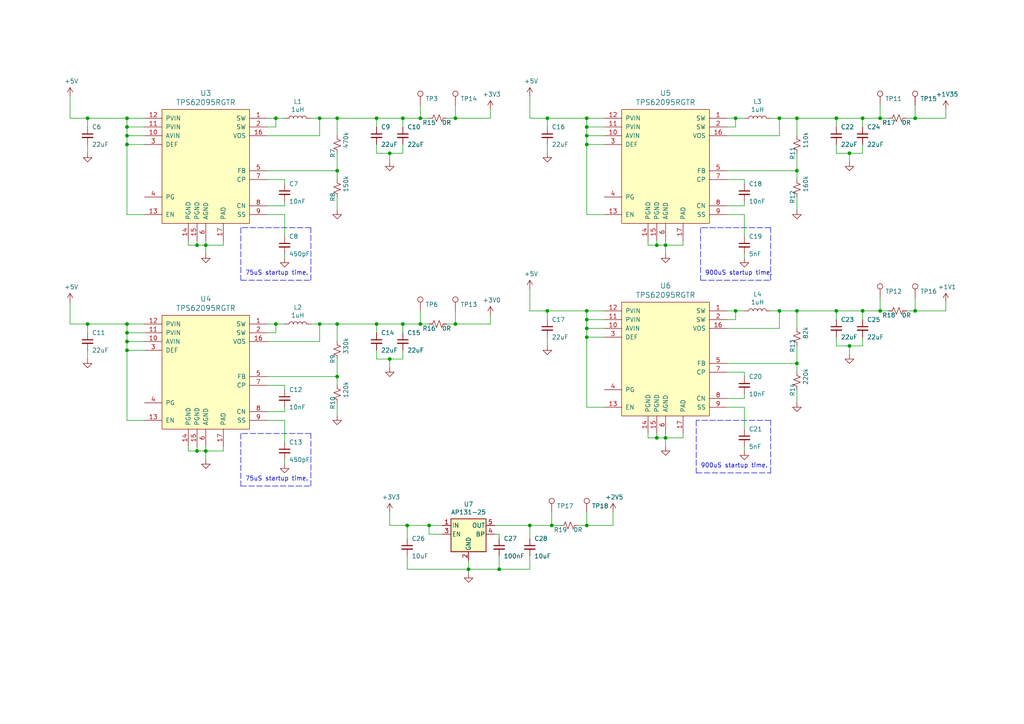
<source format=kicad_sch>
(kicad_sch (version 20231120) (generator "eeschema") (generator_version "8.0")
  (paper "A4")
  (lib_symbols
    (symbol "Connector:TestPoint" (pin_numbers hide) (pin_names (offset 0.762) hide)
      (property "Reference" "TP" (at 0 6.858 0))
      (property "Value" "TestPoint" (at 0 5.08 0))
      (symbol "TestPoint_0_1"
        (circle (center 0 3.302) (radius 0.762))
      )
      (symbol "TestPoint_1_1"
        (pin passive line (at 0 0 90) (length 2.54) (name "1") (number "1"))
      )
    )
    (symbol "Device:C_Small" (pin_numbers hide) (pin_names (offset 0.254) hide)
      (property "Reference" "C" (at 0.254 1.778 0))
      (property "Value" "C_Small" (at 0.254 -2.032 0))
      (symbol "C_Small_0_1"
        (polyline (pts (xy -1.524 -0.508) (xy 1.524 -0.508)) (stroke (width 0.3302)))
        (polyline (pts (xy -1.524 0.508) (xy 1.524 0.508)) (stroke (width 0.3048)))
      )
      (symbol "C_Small_1_1"
        (pin passive line (at 0 2.54 270) (length 2.032) (name "~") (number "1"))
        (pin passive line (at 0 -2.54 90) (length 2.032) (name "~") (number "2"))
      )
    )
    (symbol "Device:L" (pin_numbers hide) (pin_names (offset 1.016) hide)
      (property "Reference" "L" (at -1.27 0 90))
      (property "Value" "L" (at 1.905 0 90))
      (symbol "L_0_1"
        (arc (start 0 -2.54) (mid 0.6323 -1.905) (end 0 -1.27))
        (arc (start 0 -1.27) (mid 0.6323 -0.635) (end 0 0))
        (arc (start 0 0) (mid 0.6323 0.635) (end 0 1.27))
        (arc (start 0 1.27) (mid 0.6323 1.905) (end 0 2.54))
      )
      (symbol "L_1_1"
        (pin passive line (at 0 3.81 270) (length 1.27) (name "1") (number "1"))
        (pin passive line (at 0 -3.81 90) (length 1.27) (name "2") (number "2"))
      )
    )
    (symbol "Device:R_Small_US" (pin_numbers hide) (pin_names (offset 0.254) hide)
      (property "Reference" "R" (at 0.762 0.508 0))
      (property "Value" "R_Small_US" (at 0.762 -1.016 0))
      (symbol "R_Small_US_1_1"
        (polyline (pts (xy 0 0) (xy 1.016 -0.381) (xy 0 -0.762) (xy -1.016 -1.143) (xy 0 -1.524)))
        (polyline (pts (xy 0 1.524) (xy 1.016 1.143) (xy 0 0.762) (xy -1.016 0.381) (xy 0 0)))
        (pin passive line (at 0 2.54 270) (length 1.016) (name "~") (number "1"))
        (pin passive line (at 0 -2.54 90) (length 1.016) (name "~") (number "2"))
      )
    )
    (symbol "Regulator_Linear:AP131-25" (pin_names (offset 0.254))
      (property "Reference" "U" (at -3.81 5.715 0))
      (property "Value" "AP131-25" (at 0 5.715 0))
      (symbol "AP131-25_0_1"
        (rectangle (start -5.08 4.445) (end 5.08 -5.08) (stroke (width 0.254)) (fill (type background)))
      )
      (symbol "AP131-25_1_1"
        (pin power_in line (at -7.62 2.54 0) (length 2.54) (name "IN") (number "1"))
        (pin power_in line (at 0 -7.62 90) (length 2.54) (name "GND") (number "2"))
        (pin input line (at -7.62 0 0) (length 2.54) (name "EN") (number "3"))
        (pin input line (at 7.62 0 180) (length 2.54) (name "BP") (number "4"))
        (pin power_out line (at 7.62 2.54 180) (length 2.54) (name "OUT") (number "5"))
      )
    )
    (symbol "TI:TPS62095" (pin_names (offset 1.016))
      (property "Reference" "U" (at 0 6.35 0))
      (property "Value" "TPS62095" (at 0 3.81 0))
      (symbol "TPS62095_0_1"
        (rectangle (start -12.7 16.51) (end 12.7 -16.51) (fill (type background)))
      )
      (symbol "TPS62095_1_1"
        (pin bidirectional line (at 17.78 13.97 180) (length 5.08) (name "SW") (number "1"))
        (pin power_in line (at -17.78 8.89 0) (length 5.08) (name "AVIN") (number "10"))
        (pin power_in line (at -17.78 11.43 0) (length 5.08) (name "PVIN") (number "11"))
        (pin power_in line (at -17.78 13.97 0) (length 5.08) (name "PVIN") (number "12"))
        (pin input line (at -17.78 -13.97 0) (length 5.08) (name "EN") (number "13"))
        (pin power_in line (at -5.08 -21.59 90) (length 5.08) (name "PGND") (number "14"))
        (pin power_in line (at -2.54 -21.59 90) (length 5.08) (name "PGND") (number "15"))
        (pin input line (at 17.78 8.89 180) (length 5.08) (name "VOS") (number "16"))
        (pin power_in line (at 5.08 -21.59 90) (length 5.08) (name "PAD") (number "17"))
        (pin bidirectional line (at 17.78 11.43 180) (length 5.08) (name "SW") (number "2"))
        (pin input line (at -17.78 6.35 0) (length 5.08) (name "DEF") (number "3"))
        (pin open_collector line (at -17.78 -8.89 0) (length 5.08) (name "PG") (number "4"))
        (pin input line (at 17.78 -1.27 180) (length 5.08) (name "FB") (number "5"))
        (pin power_in line (at 0 -21.59 90) (length 5.08) (name "AGND") (number "6"))
        (pin bidirectional line (at 17.78 -3.81 180) (length 5.08) (name "CP") (number "7"))
        (pin bidirectional line (at 17.78 -11.43 180) (length 5.08) (name "CN") (number "8"))
        (pin input line (at 17.78 -13.97 180) (length 5.08) (name "SS") (number "9"))
      )
    )
    (symbol "hardware-rescue:+1V1-power" (power) (pin_names (offset 0))
      (property "Value" "power_+1V1" (at 0 3.556 0))
      (symbol "+1V1-power_0_1"
        (polyline (pts (xy -0.762 1.27) (xy 0 2.54)))
        (polyline (pts (xy 0 0) (xy 0 2.54)))
        (polyline (pts (xy 0 2.54) (xy 0.762 1.27)))
      )
      (symbol "+1V1-power_1_1"
        (pin power_in line (at 0 0 90) (length 0) hide (name "+1V1") (number "1"))
      )
    )
    (symbol "hardware-rescue:+1V35-power" (power) (pin_names (offset 0))
      (property "Value" "power_+1V35" (at 0 3.556 0))
      (symbol "+1V35-power_0_1"
        (polyline (pts (xy -0.762 1.27) (xy 0 2.54)))
        (polyline (pts (xy 0 0) (xy 0 2.54)))
        (polyline (pts (xy 0 2.54) (xy 0.762 1.27)))
      )
      (symbol "+1V35-power_1_1"
        (pin power_in line (at 0 0 90) (length 0) hide (name "+1V35") (number "1"))
      )
    )
    (symbol "hardware-rescue:+2V5-power" (power) (pin_names (offset 0))
      (property "Value" "power_+2V5" (at 0 3.556 0))
      (symbol "+2V5-power_0_1"
        (polyline (pts (xy -0.762 1.27) (xy 0 2.54)))
        (polyline (pts (xy 0 0) (xy 0 2.54)))
        (polyline (pts (xy 0 2.54) (xy 0.762 1.27)))
      )
      (symbol "+2V5-power_1_1"
        (pin power_in line (at 0 0 90) (length 0) hide (name "+2V5") (number "1"))
      )
    )
    (symbol "hardware-rescue:+3V0-power" (power) (pin_names (offset 0))
      (property "Value" "power_+3V0" (at 0 3.556 0))
      (symbol "+3V0-power_0_1"
        (polyline (pts (xy -0.762 1.27) (xy 0 2.54)))
        (polyline (pts (xy 0 0) (xy 0 2.54)))
        (polyline (pts (xy 0 2.54) (xy 0.762 1.27)))
      )
      (symbol "+3V0-power_1_1"
        (pin power_in line (at 0 0 90) (length 0) hide (name "+3V0") (number "1"))
      )
    )
    (symbol "hardware-rescue:+3V3-power" (power) (pin_names (offset 0))
      (property "Value" "power_+3V3" (at 0 3.556 0))
      (symbol "+3V3-power_0_1"
        (polyline (pts (xy -0.762 1.27) (xy 0 2.54)))
        (polyline (pts (xy 0 0) (xy 0 2.54)))
        (polyline (pts (xy 0 2.54) (xy 0.762 1.27)))
      )
      (symbol "+3V3-power_1_1"
        (pin power_in line (at 0 0 90) (length 0) hide (name "+3V3") (number "1"))
      )
    )
    (symbol "hardware-rescue:+5V-power" (power) (pin_names (offset 0))
      (property "Value" "power_+5V" (at 0 3.556 0))
      (symbol "+5V-power_0_1"
        (polyline (pts (xy -0.762 1.27) (xy 0 2.54)))
        (polyline (pts (xy 0 0) (xy 0 2.54)))
        (polyline (pts (xy 0 2.54) (xy 0.762 1.27)))
      )
      (symbol "+5V-power_1_1"
        (pin power_in line (at 0 0 90) (length 0) hide (name "+5V") (number "1"))
      )
    )
    (symbol "hardware-rescue:GND-power" (power) (pin_names (offset 0))
      (property "Value" "power_GND" (at 0 -3.81 0))
      (symbol "GND-power_0_1"
        (polyline (pts (xy 0 0) (xy 0 -1.27) (xy 1.27 -1.27) (xy 0 -2.54) (xy -1.27 -1.27) (xy 0 -1.27)))
      )
      (symbol "GND-power_1_1"
        (pin power_in line (at 0 0 270) (length 0) hide (name "GND") (number "1"))
      )
    )
  )
  (junction (at 231.14 90.17))
  (junction (at 170.18 36.83))
  (junction (at 121.92 34.29))
  (junction (at 92.71 93.98))
  (junction (at 59.69 71.12))
  (junction (at 158.75 34.29))
  (junction (at 190.5 127))
  (junction (at 36.83 36.83))
  (junction (at 250.19 90.17))
  (junction (at 97.79 93.98))
  (junction (at 57.15 71.12))
  (junction (at 124.46 152.4))
  (junction (at 25.4 34.29))
  (junction (at 36.83 41.91))
  (junction (at 193.04 127))
  (junction (at 226.06 90.17))
  (junction (at 231.14 105.41))
  (junction (at 92.71 34.29))
  (junction (at 265.43 34.29))
  (junction (at 170.18 97.79))
  (junction (at 36.83 34.29))
  (junction (at 97.79 49.53))
  (junction (at 170.18 39.37))
  (junction (at 25.4 93.98))
  (junction (at 170.18 95.25))
  (junction (at 265.43 90.17))
  (junction (at 109.22 34.29))
  (junction (at 153.67 152.4))
  (junction (at 242.57 34.29))
  (junction (at 116.84 34.29))
  (junction (at 158.75 90.17))
  (junction (at 121.92 93.98))
  (junction (at 97.79 34.29))
  (junction (at 255.27 34.29))
  (junction (at 113.03 104.14))
  (junction (at 118.11 152.4))
  (junction (at 116.84 93.98))
  (junction (at 135.89 165.1))
  (junction (at 59.69 130.81))
  (junction (at 242.57 90.17))
  (junction (at 57.15 130.81))
  (junction (at 97.79 109.22))
  (junction (at 36.83 39.37))
  (junction (at 36.83 93.98))
  (junction (at 190.5 71.12))
  (junction (at 250.19 34.29))
  (junction (at 226.06 34.29))
  (junction (at 170.18 90.17))
  (junction (at 113.03 44.45))
  (junction (at 36.83 101.6))
  (junction (at 170.18 152.4))
  (junction (at 80.01 93.98))
  (junction (at 213.36 90.17))
  (junction (at 144.78 165.1))
  (junction (at 109.22 93.98))
  (junction (at 132.08 34.29))
  (junction (at 213.36 34.29))
  (junction (at 231.14 49.53))
  (junction (at 246.38 100.33))
  (junction (at 255.27 90.17))
  (junction (at 246.38 44.45))
  (junction (at 132.08 93.98))
  (junction (at 80.01 34.29))
  (junction (at 36.83 96.52))
  (junction (at 160.02 152.4))
  (junction (at 170.18 92.71))
  (junction (at 231.14 34.29))
  (junction (at 193.04 71.12))
  (junction (at 170.18 34.29))
  (junction (at 170.18 41.91))
  (junction (at 36.83 99.06))
  (wire (pts (xy 210.82 52.07) (xy 215.9 52.07)))
  (wire (pts (xy 198.12 71.12) (xy 198.12 69.85)))
  (wire (pts (xy 109.22 93.98) (xy 116.84 93.98)))
  (wire (pts (xy 135.89 166.37) (xy 135.89 165.1)))
  (wire (pts (xy 36.83 121.92) (xy 41.91 121.92)))
  (wire (pts (xy 77.47 109.22) (xy 97.79 109.22)))
  (wire (pts (xy 213.36 92.71) (xy 213.36 90.17)))
  (wire (pts (xy 128.27 152.4) (xy 124.46 152.4)))
  (wire (pts (xy 82.55 134.62) (xy 82.55 133.35)))
  (wire (pts (xy 213.36 90.17) (xy 210.82 90.17)))
  (wire (pts (xy 274.32 34.29) (xy 274.32 31.75)))
  (wire (pts (xy 109.22 44.45) (xy 113.03 44.45)))
  (wire (pts (xy 124.46 154.94) (xy 124.46 152.4)))
  (wire (pts (xy 158.75 41.91) (xy 158.75 44.45)))
  (wire (pts (xy 36.83 96.52) (xy 36.83 99.06)))
  (wire (pts (xy 170.18 90.17) (xy 170.18 92.71)))
  (wire (pts (xy 36.83 39.37) (xy 41.91 39.37)))
  (wire (pts (xy 250.19 100.33) (xy 250.19 97.79)))
  (wire (pts (xy 59.69 130.81) (xy 59.69 133.35)))
  (wire (pts (xy 153.67 27.94) (xy 153.67 34.29)))
  (wire (pts (xy 59.69 71.12) (xy 59.69 73.66)))
  (wire (pts (xy 97.79 52.07) (xy 97.79 49.53)))
  (wire (pts (xy 223.52 34.29) (xy 226.06 34.29)))
  (wire (pts (xy 36.83 34.29) (xy 41.91 34.29)))
  (polyline (pts (xy 223.52 121.92) (xy 201.93 121.92)) (stroke (width 0) (type dash)))
  (wire (pts (xy 36.83 36.83) (xy 36.83 39.37)))
  (wire (pts (xy 77.47 49.53) (xy 97.79 49.53)))
  (wire (pts (xy 142.24 93.98) (xy 142.24 91.44)))
  (wire (pts (xy 153.67 165.1) (xy 144.78 165.1)))
  (wire (pts (xy 226.06 39.37) (xy 226.06 34.29)))
  (wire (pts (xy 97.79 39.37) (xy 97.79 34.29)))
  (wire (pts (xy 153.67 90.17) (xy 158.75 90.17)))
  (wire (pts (xy 153.67 34.29) (xy 158.75 34.29)))
  (wire (pts (xy 132.08 34.29) (xy 132.08 30.48)))
  (wire (pts (xy 210.82 59.69) (xy 215.9 59.69)))
  (wire (pts (xy 215.9 62.23) (xy 215.9 68.58)))
  (wire (pts (xy 170.18 152.4) (xy 177.8 152.4)))
  (wire (pts (xy 20.32 27.94) (xy 20.32 34.29)))
  (wire (pts (xy 64.77 71.12) (xy 64.77 69.85)))
  (wire (pts (xy 54.61 130.81) (xy 57.15 130.81)))
  (wire (pts (xy 226.06 34.29) (xy 231.14 34.29)))
  (wire (pts (xy 77.47 96.52) (xy 80.01 96.52)))
  (wire (pts (xy 77.47 119.38) (xy 82.55 119.38)))
  (wire (pts (xy 255.27 90.17) (xy 255.27 86.36)))
  (wire (pts (xy 97.79 60.96) (xy 97.79 57.15)))
  (wire (pts (xy 246.38 44.45) (xy 246.38 46.99)))
  (wire (pts (xy 25.4 36.83) (xy 25.4 34.29)))
  (wire (pts (xy 109.22 104.14) (xy 113.03 104.14)))
  (wire (pts (xy 262.89 34.29) (xy 265.43 34.29)))
  (wire (pts (xy 109.22 34.29) (xy 116.84 34.29)))
  (wire (pts (xy 170.18 97.79) (xy 175.26 97.79)))
  (polyline (pts (xy 90.17 125.73) (xy 69.85 125.73)) (stroke (width 0) (type dash)))
  (wire (pts (xy 255.27 34.29) (xy 255.27 30.48)))
  (wire (pts (xy 153.67 161.29) (xy 153.67 165.1)))
  (wire (pts (xy 77.47 39.37) (xy 92.71 39.37)))
  (wire (pts (xy 213.36 90.17) (xy 215.9 90.17)))
  (wire (pts (xy 143.51 154.94) (xy 144.78 154.94)))
  (wire (pts (xy 242.57 97.79) (xy 242.57 100.33)))
  (wire (pts (xy 231.14 39.37) (xy 231.14 34.29)))
  (wire (pts (xy 82.55 62.23) (xy 82.55 68.58)))
  (wire (pts (xy 213.36 34.29) (xy 215.9 34.29)))
  (wire (pts (xy 231.14 60.96) (xy 231.14 57.15)))
  (wire (pts (xy 116.84 104.14) (xy 116.84 101.6)))
  (polyline (pts (xy 203.2 66.04) (xy 203.2 81.28)) (stroke (width 0) (type dash)))
  (wire (pts (xy 190.5 69.85) (xy 190.5 71.12)))
  (wire (pts (xy 255.27 90.17) (xy 257.81 90.17)))
  (wire (pts (xy 57.15 69.85) (xy 57.15 71.12)))
  (polyline (pts (xy 69.85 140.97) (xy 90.17 140.97)) (stroke (width 0) (type dash)))
  (wire (pts (xy 25.4 96.52) (xy 25.4 93.98)))
  (wire (pts (xy 250.19 44.45) (xy 250.19 41.91)))
  (polyline (pts (xy 223.52 66.04) (xy 203.2 66.04)) (stroke (width 0) (type dash)))
  (wire (pts (xy 36.83 62.23) (xy 41.91 62.23)))
  (wire (pts (xy 210.82 39.37) (xy 226.06 39.37)))
  (wire (pts (xy 77.47 36.83) (xy 80.01 36.83)))
  (wire (pts (xy 170.18 41.91) (xy 175.26 41.91)))
  (wire (pts (xy 77.47 59.69) (xy 82.55 59.69)))
  (wire (pts (xy 109.22 36.83) (xy 109.22 34.29)))
  (wire (pts (xy 20.32 34.29) (xy 25.4 34.29)))
  (wire (pts (xy 190.5 127) (xy 193.04 127)))
  (wire (pts (xy 265.43 34.29) (xy 265.43 30.48)))
  (wire (pts (xy 77.47 99.06) (xy 92.71 99.06)))
  (polyline (pts (xy 203.2 81.28) (xy 223.52 81.28)) (stroke (width 0) (type dash)))
  (wire (pts (xy 170.18 92.71) (xy 170.18 95.25)))
  (polyline (pts (xy 90.17 81.28) (xy 90.17 66.04)) (stroke (width 0) (type dash)))
  (wire (pts (xy 231.14 90.17) (xy 242.57 90.17)))
  (wire (pts (xy 80.01 93.98) (xy 77.47 93.98)))
  (wire (pts (xy 57.15 71.12) (xy 59.69 71.12)))
  (wire (pts (xy 158.75 36.83) (xy 158.75 34.29)))
  (wire (pts (xy 97.79 111.76) (xy 97.79 109.22)))
  (wire (pts (xy 82.55 119.38) (xy 82.55 118.11)))
  (wire (pts (xy 80.01 34.29) (xy 82.55 34.29)))
  (wire (pts (xy 170.18 92.71) (xy 175.26 92.71)))
  (wire (pts (xy 80.01 93.98) (xy 82.55 93.98)))
  (wire (pts (xy 82.55 121.92) (xy 82.55 128.27)))
  (wire (pts (xy 242.57 44.45) (xy 246.38 44.45)))
  (wire (pts (xy 116.84 34.29) (xy 121.92 34.29)))
  (wire (pts (xy 97.79 99.06) (xy 97.79 93.98)))
  (wire (pts (xy 36.83 39.37) (xy 36.83 41.91)))
  (wire (pts (xy 242.57 34.29) (xy 250.19 34.29)))
  (wire (pts (xy 129.54 93.98) (xy 132.08 93.98)))
  (wire (pts (xy 54.61 69.85) (xy 54.61 71.12)))
  (wire (pts (xy 92.71 39.37) (xy 92.71 34.29)))
  (wire (pts (xy 77.47 62.23) (xy 82.55 62.23)))
  (wire (pts (xy 20.32 93.98) (xy 25.4 93.98)))
  (wire (pts (xy 187.96 125.73) (xy 187.96 127)))
  (wire (pts (xy 36.83 34.29) (xy 36.83 36.83)))
  (wire (pts (xy 118.11 152.4) (xy 113.03 152.4)))
  (wire (pts (xy 97.79 104.14) (xy 97.79 109.22)))
  (wire (pts (xy 170.18 118.11) (xy 175.26 118.11)))
  (wire (pts (xy 223.52 90.17) (xy 226.06 90.17)))
  (wire (pts (xy 250.19 34.29) (xy 255.27 34.29)))
  (wire (pts (xy 210.82 115.57) (xy 215.9 115.57)))
  (polyline (pts (xy 69.85 66.04) (xy 69.85 81.28)) (stroke (width 0) (type dash)))
  (wire (pts (xy 54.61 129.54) (xy 54.61 130.81)))
  (wire (pts (xy 121.92 93.98) (xy 124.46 93.98)))
  (wire (pts (xy 250.19 36.83) (xy 250.19 34.29)))
  (wire (pts (xy 64.77 130.81) (xy 64.77 129.54)))
  (wire (pts (xy 158.75 90.17) (xy 170.18 90.17)))
  (wire (pts (xy 153.67 152.4) (xy 153.67 156.21)))
  (wire (pts (xy 113.03 152.4) (xy 113.03 148.59)))
  (wire (pts (xy 92.71 34.29) (xy 97.79 34.29)))
  (wire (pts (xy 113.03 44.45) (xy 113.03 46.99)))
  (wire (pts (xy 231.14 100.33) (xy 231.14 105.41)))
  (wire (pts (xy 231.14 52.07) (xy 231.14 49.53)))
  (wire (pts (xy 170.18 152.4) (xy 170.18 148.59)))
  (wire (pts (xy 193.04 125.73) (xy 193.04 127)))
  (polyline (pts (xy 69.85 81.28) (xy 90.17 81.28)) (stroke (width 0) (type dash)))
  (wire (pts (xy 170.18 62.23) (xy 170.18 41.91)))
  (wire (pts (xy 116.84 36.83) (xy 116.84 34.29)))
  (wire (pts (xy 265.43 90.17) (xy 274.32 90.17)))
  (wire (pts (xy 132.08 93.98) (xy 142.24 93.98)))
  (wire (pts (xy 135.89 165.1) (xy 135.89 162.56)))
  (wire (pts (xy 226.06 90.17) (xy 231.14 90.17)))
  (wire (pts (xy 113.03 104.14) (xy 113.03 106.68)))
  (wire (pts (xy 121.92 34.29) (xy 124.46 34.29)))
  (wire (pts (xy 265.43 34.29) (xy 274.32 34.29)))
  (wire (pts (xy 265.43 90.17) (xy 265.43 86.36)))
  (wire (pts (xy 36.83 99.06) (xy 41.91 99.06)))
  (wire (pts (xy 36.83 99.06) (xy 36.83 101.6)))
  (wire (pts (xy 36.83 41.91) (xy 41.91 41.91)))
  (wire (pts (xy 25.4 41.91) (xy 25.4 44.45)))
  (wire (pts (xy 215.9 118.11) (xy 215.9 124.46)))
  (wire (pts (xy 231.14 95.25) (xy 231.14 90.17)))
  (wire (pts (xy 59.69 129.54) (xy 59.69 130.81)))
  (wire (pts (xy 160.02 152.4) (xy 162.56 152.4)))
  (wire (pts (xy 215.9 59.69) (xy 215.9 58.42)))
  (wire (pts (xy 153.67 83.82) (xy 153.67 90.17)))
  (wire (pts (xy 153.67 152.4) (xy 160.02 152.4)))
  (wire (pts (xy 193.04 69.85) (xy 193.04 71.12)))
  (wire (pts (xy 160.02 152.4) (xy 160.02 148.59)))
  (wire (pts (xy 20.32 87.63) (xy 20.32 93.98)))
  (wire (pts (xy 25.4 101.6) (xy 25.4 104.14)))
  (wire (pts (xy 246.38 100.33) (xy 250.19 100.33)))
  (wire (pts (xy 215.9 130.81) (xy 215.9 129.54)))
  (wire (pts (xy 82.55 74.93) (xy 82.55 73.66)))
  (wire (pts (xy 59.69 130.81) (xy 64.77 130.81)))
  (wire (pts (xy 210.82 92.71) (xy 213.36 92.71)))
  (wire (pts (xy 231.14 44.45) (xy 231.14 49.53)))
  (wire (pts (xy 210.82 95.25) (xy 226.06 95.25)))
  (wire (pts (xy 109.22 41.91) (xy 109.22 44.45)))
  (wire (pts (xy 210.82 62.23) (xy 215.9 62.23)))
  (wire (pts (xy 193.04 127) (xy 193.04 129.54)))
  (wire (pts (xy 231.14 34.29) (xy 242.57 34.29)))
  (polyline (pts (xy 69.85 125.73) (xy 69.85 140.97)) (stroke (width 0) (type dash)))
  (wire (pts (xy 57.15 130.81) (xy 59.69 130.81)))
  (wire (pts (xy 116.84 44.45) (xy 116.84 41.91)))
  (wire (pts (xy 242.57 36.83) (xy 242.57 34.29)))
  (wire (pts (xy 36.83 93.98) (xy 41.91 93.98)))
  (wire (pts (xy 77.47 121.92) (xy 82.55 121.92)))
  (wire (pts (xy 170.18 36.83) (xy 170.18 39.37)))
  (wire (pts (xy 210.82 118.11) (xy 215.9 118.11)))
  (wire (pts (xy 109.22 96.52) (xy 109.22 93.98)))
  (wire (pts (xy 82.55 111.76) (xy 82.55 113.03)))
  (wire (pts (xy 198.12 127) (xy 198.12 125.73)))
  (wire (pts (xy 36.83 101.6) (xy 41.91 101.6)))
  (wire (pts (xy 143.51 152.4) (xy 153.67 152.4)))
  (wire (pts (xy 210.82 105.41) (xy 231.14 105.41)))
  (wire (pts (xy 190.5 71.12) (xy 193.04 71.12)))
  (wire (pts (xy 210.82 49.53) (xy 231.14 49.53)))
  (wire (pts (xy 215.9 115.57) (xy 215.9 114.3)))
  (wire (pts (xy 113.03 44.45) (xy 116.84 44.45)))
  (polyline (pts (xy 201.93 137.16) (xy 223.52 137.16)) (stroke (width 0) (type dash)))
  (polyline (pts (xy 201.93 121.92) (xy 201.93 137.16)) (stroke (width 0) (type dash)))
  (wire (pts (xy 97.79 93.98) (xy 109.22 93.98)))
  (wire (pts (xy 242.57 90.17) (xy 250.19 90.17)))
  (wire (pts (xy 255.27 34.29) (xy 257.81 34.29)))
  (wire (pts (xy 118.11 156.21) (xy 118.11 152.4)))
  (wire (pts (xy 118.11 165.1) (xy 118.11 161.29)))
  (wire (pts (xy 109.22 101.6) (xy 109.22 104.14)))
  (polyline (pts (xy 90.17 66.04) (xy 69.85 66.04)) (stroke (width 0) (type dash)))
  (wire (pts (xy 242.57 100.33) (xy 246.38 100.33)))
  (wire (pts (xy 59.69 71.12) (xy 64.77 71.12)))
  (wire (pts (xy 132.08 34.29) (xy 142.24 34.29)))
  (wire (pts (xy 90.17 93.98) (xy 92.71 93.98)))
  (wire (pts (xy 92.71 99.06) (xy 92.71 93.98)))
  (wire (pts (xy 36.83 121.92) (xy 36.83 101.6)))
  (polyline (pts (xy 223.52 81.28) (xy 223.52 66.04)) (stroke (width 0) (type dash)))
  (wire (pts (xy 97.79 34.29) (xy 109.22 34.29)))
  (wire (pts (xy 77.47 52.07) (xy 82.55 52.07)))
  (wire (pts (xy 142.24 34.29) (xy 142.24 31.75)))
  (wire (pts (xy 213.36 36.83) (xy 213.36 34.29)))
  (wire (pts (xy 231.14 107.95) (xy 231.14 105.41)))
  (wire (pts (xy 54.61 71.12) (xy 57.15 71.12)))
  (wire (pts (xy 135.89 165.1) (xy 118.11 165.1)))
  (wire (pts (xy 92.71 93.98) (xy 97.79 93.98)))
  (wire (pts (xy 170.18 39.37) (xy 170.18 41.91)))
  (wire (pts (xy 116.84 96.52) (xy 116.84 93.98)))
  (wire (pts (xy 25.4 34.29) (xy 36.83 34.29)))
  (wire (pts (xy 250.19 90.17) (xy 255.27 90.17)))
  (wire (pts (xy 36.83 93.98) (xy 36.83 96.52)))
  (wire (pts (xy 57.15 129.54) (xy 57.15 130.81)))
  (wire (pts (xy 128.27 154.94) (xy 124.46 154.94)))
  (wire (pts (xy 170.18 90.17) (xy 175.26 90.17)))
  (polyline (pts (xy 90.17 140.97) (xy 90.17 125.73)) (stroke (width 0) (type dash)))
  (wire (pts (xy 170.18 95.25) (xy 175.26 95.25)))
  (wire (pts (xy 170.18 36.83) (xy 175.26 36.83)))
  (wire (pts (xy 262.89 90.17) (xy 265.43 90.17)))
  (wire (pts (xy 246.38 44.45) (xy 250.19 44.45)))
  (wire (pts (xy 170.18 62.23) (xy 175.26 62.23)))
  (wire (pts (xy 82.55 59.69) (xy 82.55 58.42)))
  (wire (pts (xy 187.96 69.85) (xy 187.96 71.12)))
  (wire (pts (xy 170.18 118.11) (xy 170.18 97.79)))
  (wire (pts (xy 215.9 74.93) (xy 215.9 73.66)))
  (wire (pts (xy 170.18 95.25) (xy 170.18 97.79)))
  (wire (pts (xy 59.69 69.85) (xy 59.69 71.12)))
  (wire (pts (xy 187.96 127) (xy 190.5 127)))
  (wire (pts (xy 215.9 52.07) (xy 215.9 53.34)))
  (wire (pts (xy 121.92 34.29) (xy 121.92 30.48)))
  (wire (pts (xy 170.18 34.29) (xy 170.18 36.83)))
  (wire (pts (xy 144.78 161.29) (xy 144.78 165.1)))
  (wire (pts (xy 80.01 34.29) (xy 77.47 34.29)))
  (wire (pts (xy 158.75 34.29) (xy 170.18 34.29)))
  (wire (pts (xy 90.17 34.29) (xy 92.71 34.29)))
  (wire (pts (xy 170.18 39.37) (xy 175.26 39.37)))
  (wire (pts (xy 144.78 154.94) (xy 144.78 156.21)))
  (wire (pts (xy 116.84 93.98) (xy 121.92 93.98)))
  (wire (pts (xy 242.57 41.91) (xy 242.57 44.45)))
  (wire (pts (xy 167.64 152.4) (xy 170.18 152.4)))
  (wire (pts (xy 97.79 44.45) (xy 97.79 49.53)))
  (wire (pts (xy 190.5 125.73) (xy 190.5 127)))
  (wire (pts (xy 210.82 107.95) (xy 215.9 107.95)))
  (wire (pts (xy 80.01 96.52) (xy 80.01 93.98)))
  (wire (pts (xy 210.82 36.83) (xy 213.36 36.83)))
  (wire (pts (xy 121.92 93.98) (xy 121.92 90.17)))
  (wire (pts (xy 250.19 92.71) (xy 250.19 90.17)))
  (wire (pts (xy 193.04 71.12) (xy 193.04 73.66)))
  (wire (pts (xy 226.06 95.25) (xy 226.06 90.17)))
  (wire (pts (xy 193.04 71.12) (xy 198.12 71.12)))
  (wire (pts (xy 246.38 100.33) (xy 246.38 102.87)))
  (wire (pts (xy 36.83 62.23) (xy 36.83 41.91)))
  (wire (pts (xy 213.36 34.29) (xy 210.82 34.29)))
  (wire (pts (xy 113.03 104.14) (xy 116.84 104.14)))
  (wire (pts (xy 129.54 34.29) (xy 132.08 34.29)))
  (wire (pts (xy 158.75 97.79) (xy 158.75 100.33)))
  (wire (pts (xy 82.55 52.07) (xy 82.55 53.34)))
  (wire (pts (xy 231.14 116.84) (xy 231.14 113.03)))
  (wire (pts (xy 97.79 120.65) (xy 97.79 116.84)))
  (wire (pts (xy 193.04 127) (xy 198.12 127)))
  (wire (pts (xy 132.08 93.98) (xy 132.08 90.17)))
  (polyline (pts (xy 223.52 137.16) (xy 223.52 121.92)) (stroke (width 0) (type dash)))
  (wire (pts (xy 177.8 152.4) (xy 177.8 148.59)))
  (wire (pts (xy 274.32 90.17) (xy 274.32 87.63)))
  (wire (pts (xy 215.9 107.95) (xy 215.9 109.22)))
  (wire (pts (xy 25.4 93.98) (xy 36.83 93.98)))
  (wire (pts (xy 158.75 92.71) (xy 158.75 90.17)))
  (wire (pts (xy 36.83 36.83) (xy 41.91 36.83)))
  (wire (pts (xy 36.83 96.52) (xy 41.91 96.52)))
  (wire (pts (xy 77.47 111.76) (xy 82.55 111.76)))
  (wire (pts (xy 80.01 36.83) (xy 80.01 34.29)))
  (wire (pts (xy 242.57 92.71) (xy 242.57 90.17)))
  (wire (pts (xy 187.96 71.12) (xy 190.5 71.12)))
  (wire (pts (xy 124.46 152.4) (xy 118.11 152.4)))
  (wire (pts (xy 170.18 34.29) (xy 175.26 34.29)))
  (wire (pts (xy 144.78 165.1) (xy 135.89 165.1)))
  (text "900uS startup time." (at 203.2 135.89 0) (effects (font (size 1.27 1.27)) (justify left bottom)))
  (text "900uS startup time." (at 204.47 80.01 0) (effects (font (size 1.27 1.27)) (justify left bottom)))
  (text "75uS startup time." (at 71.12 139.7 0) (effects (font (size 1.27 1.27)) (justify left bottom)))
  (text "75uS startup time." (at 71.12 80.01 0) (effects (font (size 1.27 1.27)) (justify left bottom)))
  (symbol (lib_id "Connector:TestPoint") (at 160.02 148.59 0) (unit 1) (in_bom no)
    (property "Reference" "TP17" (at 161.4932 146.7612 0) (effects (justify left)))
    (property "Value" "TestPoint" (effects (hide yes)))
    (property "Footprint" "TestPoint:TestPoint_Pad_1.0x1.0mm" (effects (hide yes)))
  )
  (symbol (lib_id "Device:R_Small_US") (at 127 93.98 270) (unit 1)
    (property "Reference" "R16" (at 124.46 95.25 90))
    (property "Value" "0R" (at 129.54 95.25 90))
    (property "Footprint" "Resistor_SMD:R_0402_1005Metric" (effects (hide yes)))
    (property "MPN" "RC0402JR-070RL" (effects (hide yes)))
  )
  (symbol (lib_id "Device:C_Small") (at 82.55 55.88 0) (unit 1)
    (property "Reference" "C7" (at 83.82 53.34 0) (effects (justify left)))
    (property "Value" "10nF" (at 83.82 58.42 0) (effects (justify left)))
    (property "Footprint" "Capacitor_SMD:C_0402_1005Metric" (effects (hide yes)))
    (property "MPN" "CL05B103KB5NNNC" (effects (hide yes)))
  )
  (symbol (lib_id "hardware-rescue:GND-power") (at 59.69 73.66 0) (unit 1)
    (property "Reference" "#PWR018" (effects (hide yes)))
    (property "Value" "GND" (effects (hide yes)))
  )
  (symbol (lib_id "hardware-rescue:+1V35-power") (at 274.32 31.75 0) (unit 1)
    (property "Reference" "#PWR044" (effects (hide yes)))
    (property "Value" "+1V35" (at 274.701 27.3558 0))
  )
  (symbol (lib_id "Device:C_Small") (at 215.9 111.76 0) (unit 1)
    (property "Reference" "C20" (at 217.17 109.22 0) (effects (justify left)))
    (property "Value" "10nF" (at 217.17 114.3 0) (effects (justify left)))
    (property "Footprint" "Capacitor_SMD:C_0402_1005Metric" (effects (hide yes)))
    (property "MPN" "CL05B103KB5NNNC" (effects (hide yes)))
  )
  (symbol (lib_id "Device:R_Small_US") (at 231.14 110.49 0) (unit 1)
    (property "Reference" "R14" (at 229.87 113.03 90))
    (property "Value" "220k" (at 233.68 109.22 90))
    (property "Footprint" "Resistor_SMD:R_0402_1005Metric" (effects (hide yes)))
    (property "MPN" "ERJPA2F2203X" (effects (hide yes)))
  )
  (symbol (lib_id "Device:C_Small") (at 109.22 39.37 0) (unit 1)
    (property "Reference" "C9" (at 110.49 36.83 0) (effects (justify left)))
    (property "Value" "22uF" (at 110.49 41.91 0) (effects (justify left)))
    (property "Footprint" "Capacitor_SMD:C_0805_2012Metric" (effects (hide yes)))
    (property "MPN" "CL21A226MQQNNNE" (effects (hide yes)))
  )
  (symbol (lib_id "Device:C_Small") (at 118.11 158.75 0) (unit 1)
    (property "Reference" "C26" (at 119.38 156.21 0) (effects (justify left)))
    (property "Value" "10uF" (at 119.38 161.29 0) (effects (justify left)))
    (property "Footprint" "Capacitor_SMD:C_0805_2012Metric" (effects (hide yes)))
    (property "MPN" "GRM21BR70J106KE76L" (effects (hide yes)))
  )
  (symbol (lib_id "Device:C_Small") (at 158.75 39.37 0) (unit 1)
    (property "Reference" "C16" (at 160.02 36.83 0) (effects (justify left)))
    (property "Value" "22uF" (at 160.02 41.91 0) (effects (justify left)))
    (property "Footprint" "Capacitor_SMD:C_0805_2012Metric" (effects (hide yes)))
    (property "MPN" "CL21A226MQQNNNE" (effects (hide yes)))
  )
  (symbol (lib_id "Device:C_Small") (at 215.9 127 0) (unit 1)
    (property "Reference" "C21" (at 217.17 124.46 0) (effects (justify left)))
    (property "Value" "5nF" (at 217.17 129.54 0) (effects (justify left)))
    (property "Footprint" "Capacitor_SMD:C_0402_1005Metric" (effects (hide yes)))
    (property "MPN" "CC0402KRX7R9BB562" (effects (hide yes)))
  )
  (symbol (lib_id "Device:R_Small_US") (at 97.79 114.3 0) (unit 1)
    (property "Reference" "R10" (at 96.52 116.84 90))
    (property "Value" "120k" (at 100.33 113.03 90))
    (property "Footprint" "Resistor_SMD:R_0402_1005Metric" (effects (hide yes)))
    (property "MPN" "RTT021203FTH" (effects (hide yes)))
  )
  (symbol (lib_id "Device:C_Small") (at 82.55 130.81 0) (unit 1)
    (property "Reference" "C13" (at 83.82 128.27 0) (effects (justify left)))
    (property "Value" "450pF" (at 83.82 133.35 0) (effects (justify left)))
    (property "Footprint" "Capacitor_SMD:C_0402_1005Metric" (effects (hide yes)))
    (property "MPN" "CL05B471KB5NNNC" (effects (hide yes)))
  )
  (symbol (lib_id "Device:R_Small_US") (at 231.14 41.91 0) (unit 1)
    (property "Reference" "R11" (at 229.87 44.45 90))
    (property "Value" "110k" (at 233.68 40.64 90))
    (property "Footprint" "Resistor_SMD:R_0402_1005Metric" (effects (hide yes)))
    (property "MPN" "RTT021103FTH" (effects (hide yes)))
  )
  (symbol (lib_id "Device:R_Small_US") (at 260.35 34.29 270) (unit 1)
    (property "Reference" "R17" (at 257.81 35.56 90))
    (property "Value" "0R" (at 262.89 35.56 90))
    (property "Footprint" "Resistor_SMD:R_0402_1005Metric" (effects (hide yes)))
    (property "MPN" "RC0402JR-070RL" (effects (hide yes)))
  )
  (symbol (lib_id "TI:TPS62095") (at 193.04 48.26 0) (unit 1)
    (property "Reference" "U5" (at 193.04 27.0002 0) (effects (font (size 1.524 1.524))))
    (property "Value" "TPS62095RGTR" (at 193.04 29.6926 0) (effects (font (size 1.524 1.524))))
    (property "Footprint" "TI:TI_RTE_S-PWQFN-N16" (effects (hide yes)))
    (property "MPN" "TPS62095RGTR" (effects (hide yes)))
  )
  (symbol (lib_id "hardware-rescue:GND-power") (at 193.04 129.54 0) (unit 1)
    (property "Reference" "#PWR036" (effects (hide yes)))
    (property "Value" "GND" (effects (hide yes)))
  )
  (symbol (lib_id "hardware-rescue:GND-power") (at 215.9 130.81 0) (unit 1)
    (property "Reference" "#PWR038" (effects (hide yes)))
    (property "Value" "GND" (effects (hide yes)))
  )
  (symbol (lib_id "hardware-rescue:GND-power") (at 82.55 134.62 0) (unit 1)
    (property "Reference" "#PWR021" (effects (hide yes)))
    (property "Value" "GND" (effects (hide yes)))
  )
  (symbol (lib_id "Device:L") (at 86.36 34.29 90) (unit 1)
    (property "Reference" "L1" (at 86.36 29.464 90))
    (property "Value" "1uH" (at 86.36 31.7754 90))
    (property "Footprint" "Inductor_SMD:L_Coilcraft_XxL4020" (effects (hide yes)))
    (property "MPN" "XAL4020-102ME" (effects (hide yes)))
  )
  (symbol (lib_id "hardware-rescue:+3V3-power") (at 142.24 31.75 0) (unit 1)
    (property "Reference" "#PWR028" (effects (hide yes)))
    (property "Value" "+3V3" (at 142.621 27.3558 0))
  )
  (symbol (lib_id "Device:C_Small") (at 215.9 55.88 0) (unit 1)
    (property "Reference" "C18" (at 217.17 53.34 0) (effects (justify left)))
    (property "Value" "10nF" (at 217.17 58.42 0) (effects (justify left)))
    (property "Footprint" "Capacitor_SMD:C_0402_1005Metric" (effects (hide yes)))
    (property "MPN" "CL05B103KB5NNNC" (effects (hide yes)))
  )
  (symbol (lib_id "Device:R_Small_US") (at 231.14 54.61 0) (unit 1)
    (property "Reference" "R12" (at 229.87 57.15 90))
    (property "Value" "160k" (at 233.68 53.34 90))
    (property "Footprint" "Resistor_SMD:R_0402_1005Metric" (effects (hide yes)))
    (property "MPN" "0402WGF1603TCE" (effects (hide yes)))
  )
  (symbol (lib_id "Connector:TestPoint") (at 265.43 30.48 0) (unit 1) (in_bom no)
    (property "Reference" "TP15" (at 266.9032 28.6512 0) (effects (justify left)))
    (property "Value" "TestPoint" (effects (hide yes)))
    (property "Footprint" "TestPoint:TestPoint_Pad_1.0x1.0mm" (effects (hide yes)))
  )
  (symbol (lib_id "Connector:TestPoint") (at 170.18 148.59 0) (unit 1) (in_bom no)
    (property "Reference" "TP18" (at 171.6532 146.7612 0) (effects (justify left)))
    (property "Value" "TestPoint" (effects (hide yes)))
    (property "Footprint" "TestPoint:TestPoint_Pad_1.0x1.0mm" (effects (hide yes)))
  )
  (symbol (lib_id "hardware-rescue:GND-power") (at 246.38 46.99 0) (unit 1)
    (property "Reference" "#PWR041" (effects (hide yes)))
    (property "Value" "GND" (effects (hide yes)))
  )
  (symbol (lib_id "TI:TPS62095") (at 59.69 107.95 0) (unit 1)
    (property "Reference" "U4" (at 59.69 86.6902 0) (effects (font (size 1.524 1.524))))
    (property "Value" "TPS62095RGTR" (at 59.69 89.3826 0) (effects (font (size 1.524 1.524))))
    (property "Footprint" "TI:TI_RTE_S-PWQFN-N16" (effects (hide yes)))
    (property "MPN" "TPS62095RGTR" (effects (hide yes)))
  )
  (symbol (lib_id "Device:R_Small_US") (at 260.35 90.17 270) (unit 1)
    (property "Reference" "R18" (at 257.81 91.44 90))
    (property "Value" "0R" (at 262.89 91.44 90))
    (property "Footprint" "Resistor_SMD:R_0402_1005Metric" (effects (hide yes)))
    (property "MPN" "RC0402JR-070RL" (effects (hide yes)))
  )
  (symbol (lib_id "hardware-rescue:+5V-power") (at 20.32 27.94 0) (unit 1)
    (property "Reference" "#PWR06" (effects (hide yes)))
    (property "Value" "+5V" (at 20.701 23.5458 0))
  )
  (symbol (lib_id "Device:C_Small") (at 250.19 95.25 0) (unit 1)
    (property "Reference" "C25" (at 251.46 92.71 0) (effects (justify left)))
    (property "Value" "22uF" (at 251.46 97.79 0) (effects (justify left)))
    (property "Footprint" "Capacitor_SMD:C_0805_2012Metric" (effects (hide yes)))
    (property "MPN" "CL21A226MQQNNNE" (effects (hide yes)))
  )
  (symbol (lib_id "hardware-rescue:GND-power") (at 113.03 106.68 0) (unit 1)
    (property "Reference" "#PWR025" (effects (hide yes)))
    (property "Value" "GND" (effects (hide yes)))
  )
  (symbol (lib_id "hardware-rescue:GND-power") (at 97.79 120.65 0) (unit 1)
    (property "Reference" "#PWR023" (effects (hide yes)))
    (property "Value" "GND" (effects (hide yes)))
  )
  (symbol (lib_id "Device:C_Small") (at 25.4 39.37 0) (unit 1)
    (property "Reference" "C6" (at 26.67 36.83 0) (effects (justify left)))
    (property "Value" "22uF" (at 26.67 41.91 0) (effects (justify left)))
    (property "Footprint" "Capacitor_SMD:C_0805_2012Metric" (effects (hide yes)))
    (property "MPN" "CL21A226MQQNNNE" (effects (hide yes)))
  )
  (symbol (lib_id "Device:C_Small") (at 158.75 95.25 0) (unit 1)
    (property "Reference" "C17" (at 160.02 92.71 0) (effects (justify left)))
    (property "Value" "22uF" (at 160.02 97.79 0) (effects (justify left)))
    (property "Footprint" "Capacitor_SMD:C_0805_2012Metric" (effects (hide yes)))
    (property "MPN" "CL21A226MQQNNNE" (effects (hide yes)))
  )
  (symbol (lib_id "Connector:TestPoint") (at 255.27 30.48 0) (unit 1) (in_bom no)
    (property "Reference" "TP11" (at 256.7432 28.6512 0) (effects (justify left)))
    (property "Value" "TestPoint" (effects (hide yes)))
    (property "Footprint" "TestPoint:TestPoint_Pad_1.0x1.0mm" (effects (hide yes)))
  )
  (symbol (lib_id "Connector:TestPoint") (at 121.92 30.48 0) (unit 1) (in_bom no)
    (property "Reference" "TP3" (at 123.3932 28.6512 0) (effects (justify left)))
    (property "Value" "TestPoint" (effects (hide yes)))
    (property "Footprint" "TestPoint:TestPoint_Pad_1.0x1.0mm" (effects (hide yes)))
  )
  (symbol (lib_id "Device:L") (at 86.36 93.98 90) (unit 1)
    (property "Reference" "L2" (at 86.36 89.154 90))
    (property "Value" "1uH" (at 86.36 91.4654 90))
    (property "Footprint" "Inductor_SMD:L_Coilcraft_XxL4020" (effects (hide yes)))
    (property "MPN" "XAL4020-102ME" (effects (hide yes)))
  )
  (symbol (lib_id "hardware-rescue:+3V3-power") (at 113.03 148.59 0) (unit 1)
    (property "Reference" "#PWR026" (effects (hide yes)))
    (property "Value" "+3V3" (at 113.411 144.1958 0))
  )
  (symbol (lib_id "Device:C_Small") (at 153.67 158.75 0) (unit 1)
    (property "Reference" "C28" (at 154.94 156.21 0) (effects (justify left)))
    (property "Value" "10uF" (at 154.94 161.29 0) (effects (justify left)))
    (property "Footprint" "Capacitor_SMD:C_0805_2012Metric" (effects (hide yes)))
    (property "MPN" "GRM21BR70J106KE76L" (effects (hide yes)))
  )
  (symbol (lib_id "hardware-rescue:+5V-power") (at 20.32 87.63 0) (unit 1)
    (property "Reference" "#PWR015" (effects (hide yes)))
    (property "Value" "+5V" (at 20.701 83.2358 0))
  )
  (symbol (lib_id "hardware-rescue:+5V-power") (at 153.67 83.82 0) (unit 1)
    (property "Reference" "#PWR031" (effects (hide yes)))
    (property "Value" "+5V" (at 154.051 79.4258 0))
  )
  (symbol (lib_id "hardware-rescue:GND-power") (at 25.4 104.14 0) (unit 1)
    (property "Reference" "#PWR017" (effects (hide yes)))
    (property "Value" "GND" (effects (hide yes)))
  )
  (symbol (lib_id "Connector:TestPoint") (at 121.92 90.17 0) (unit 1) (in_bom no)
    (property "Reference" "TP6" (at 123.3932 88.3412 0) (effects (justify left)))
    (property "Value" "TestPoint" (effects (hide yes)))
    (property "Footprint" "TestPoint:TestPoint_Pad_1.0x1.0mm" (effects (hide yes)))
  )
  (symbol (lib_id "hardware-rescue:GND-power") (at 193.04 73.66 0) (unit 1)
    (property "Reference" "#PWR035" (effects (hide yes)))
    (property "Value" "GND" (effects (hide yes)))
  )
  (symbol (lib_id "Device:C_Small") (at 215.9 71.12 0) (unit 1)
    (property "Reference" "C19" (at 217.17 68.58 0) (effects (justify left)))
    (property "Value" "5nF" (at 217.17 73.66 0) (effects (justify left)))
    (property "Footprint" "Capacitor_SMD:C_0402_1005Metric" (effects (hide yes)))
    (property "MPN" "CC0402KRX7R9BB562" (effects (hide yes)))
  )
  (symbol (lib_id "Device:C_Small") (at 242.57 95.25 0) (unit 1)
    (property "Reference" "C23" (at 243.84 92.71 0) (effects (justify left)))
    (property "Value" "22uF" (at 243.84 97.79 0) (effects (justify left)))
    (property "Footprint" "Capacitor_SMD:C_0805_2012Metric" (effects (hide yes)))
    (property "MPN" "CL21A226MQQNNNE" (effects (hide yes)))
  )
  (symbol (lib_id "hardware-rescue:GND-power") (at 231.14 116.84 0) (unit 1)
    (property "Reference" "#PWR040" (effects (hide yes)))
    (property "Value" "GND" (effects (hide yes)))
  )
  (symbol (lib_id "hardware-rescue:GND-power") (at 231.14 60.96 0) (unit 1)
    (property "Reference" "#PWR039" (effects (hide yes)))
    (property "Value" "GND" (effects (hide yes)))
  )
  (symbol (lib_id "hardware-rescue:GND-power") (at 215.9 74.93 0) (unit 1)
    (property "Reference" "#PWR037" (effects (hide yes)))
    (property "Value" "GND" (effects (hide yes)))
  )
  (symbol (lib_id "TI:TPS62095") (at 193.04 104.14 0) (unit 1)
    (property "Reference" "U6" (at 193.04 82.8802 0) (effects (font (size 1.524 1.524))))
    (property "Value" "TPS62095RGTR" (at 193.04 85.5726 0) (effects (font (size 1.524 1.524))))
    (property "Footprint" "TI:TI_RTE_S-PWQFN-N16" (effects (hide yes)))
    (property "MPN" "TPS62095RGTR" (effects (hide yes)))
  )
  (symbol (lib_id "hardware-rescue:GND-power") (at 113.03 46.99 0) (unit 1)
    (property "Reference" "#PWR024" (effects (hide yes)))
    (property "Value" "GND" (effects (hide yes)))
  )
  (symbol (lib_id "Connector:TestPoint") (at 132.08 90.17 0) (unit 1) (in_bom no)
    (property "Reference" "TP13" (at 133.5532 88.3412 0) (effects (justify left)))
    (property "Value" "TestPoint" (effects (hide yes)))
    (property "Footprint" "TestPoint:TestPoint_Pad_1.0x1.0mm" (effects (hide yes)))
  )
  (symbol (lib_id "Device:C_Small") (at 144.78 158.75 0) (unit 1)
    (property "Reference" "C27" (at 146.05 156.21 0) (effects (justify left)))
    (property "Value" "100nF" (at 146.05 161.29 0) (effects (justify left)))
    (property "Footprint" "Capacitor_SMD:C_0402_1005Metric" (effects (hide yes)))
    (property "MPN" "CC0402KRX7R7BB104" (effects (hide yes)))
  )
  (symbol (lib_id "Connector:TestPoint") (at 265.43 86.36 0) (unit 1) (in_bom no)
    (property "Reference" "TP16" (at 266.9032 84.5312 0) (effects (justify left)))
    (property "Value" "TestPoint" (effects (hide yes)))
    (property "Footprint" "TestPoint:TestPoint_Pad_1.0x1.0mm" (effects (hide yes)))
  )
  (symbol (lib_id "Device:R_Small_US") (at 231.14 97.79 0) (unit 1)
    (property "Reference" "R13" (at 229.87 100.33 90))
    (property "Value" "82k" (at 233.68 96.52 90))
    (property "Footprint" "Resistor_SMD:R_0402_1005Metric" (effects (hide yes)))
    (property "MPN" "0402WGF8202TCE" (effects (hide yes)))
  )
  (symbol (lib_id "Connector:TestPoint") (at 132.08 30.48 0) (unit 1) (in_bom no)
    (property "Reference" "TP14" (at 133.5532 28.6512 0) (effects (justify left)))
    (property "Value" "TestPoint" (effects (hide yes)))
    (property "Footprint" "TestPoint:TestPoint_Pad_1.0x1.0mm" (effects (hide yes)))
  )
  (symbol (lib_id "Device:R_Small_US") (at 127 34.29 270) (unit 1)
    (property "Reference" "R15" (at 124.46 35.56 90))
    (property "Value" "0R" (at 129.54 35.56 90))
    (property "Footprint" "Resistor_SMD:R_0402_1005Metric" (effects (hide yes)))
    (property "MPN" "RC0402JR-070RL" (effects (hide yes)))
  )
  (symbol (lib_id "Device:C_Small") (at 82.55 71.12 0) (unit 1)
    (property "Reference" "C8" (at 83.82 68.58 0) (effects (justify left)))
    (property "Value" "450pF" (at 83.82 73.66 0) (effects (justify left)))
    (property "Footprint" "Capacitor_SMD:C_0402_1005Metric" (effects (hide yes)))
    (property "MPN" "CL05B471KB5NNNC" (effects (hide yes)))
  )
  (symbol (lib_id "Device:C_Small") (at 250.19 39.37 0) (unit 1)
    (property "Reference" "C24" (at 251.46 36.83 0) (effects (justify left)))
    (property "Value" "22uF" (at 251.46 41.91 0) (effects (justify left)))
    (property "Footprint" "Capacitor_SMD:C_0805_2012Metric" (effects (hide yes)))
    (property "MPN" "CL21A226MQQNNNE" (effects (hide yes)))
  )
  (symbol (lib_id "Regulator_Linear:AP131-25") (at 135.89 154.94 0) (unit 1)
    (property "Reference" "U7" (at 135.89 146.2532 0))
    (property "Value" "AP131-25" (at 135.89 148.5646 0))
    (property "Footprint" "Package_TO_SOT_SMD:SOT-23-5" (effects (hide yes)))
    (property "MPN" "AP131-25WL-7" (effects (hide yes)))
  )
  (symbol (lib_id "Device:C_Small") (at 25.4 99.06 0) (unit 1)
    (property "Reference" "C11" (at 26.67 96.52 0) (effects (justify left)))
    (property "Value" "22uF" (at 26.67 101.6 0) (effects (justify left)))
    (property "Footprint" "Capacitor_SMD:C_0805_2012Metric" (effects (hide yes)))
    (property "MPN" "CL21A226MQQNNNE" (effects (hide yes)))
  )
  (symbol (lib_id "Device:R_Small_US") (at 97.79 101.6 0) (unit 1)
    (property "Reference" "R9" (at 96.52 104.14 90))
    (property "Value" "330k" (at 100.33 100.33 90))
    (property "Footprint" "Resistor_SMD:R_0402_1005Metric" (effects (hide yes)))
    (property "MPN" "RC0402FR-07330KL" (effects (hide yes)))
  )
  (symbol (lib_id "Device:C_Small") (at 116.84 99.06 0) (unit 1)
    (property "Reference" "C15" (at 118.11 96.52 0) (effects (justify left)))
    (property "Value" "22uF" (at 118.11 101.6 0) (effects (justify left)))
    (property "Footprint" "Capacitor_SMD:C_0805_2012Metric" (effects (hide yes)))
    (property "MPN" "CL21A226MQQNNNE" (effects (hide yes)))
  )
  (symbol (lib_id "hardware-rescue:+5V-power") (at 153.67 27.94 0) (unit 1)
    (property "Reference" "#PWR030" (effects (hide yes)))
    (property "Value" "+5V" (at 154.051 23.5458 0))
  )
  (symbol (lib_id "hardware-rescue:GND-power") (at 59.69 133.35 0) (unit 1)
    (property "Reference" "#PWR019" (effects (hide yes)))
    (property "Value" "GND" (effects (hide yes)))
  )
  (symbol (lib_id "TI:TPS62095") (at 59.69 48.26 0) (unit 1)
    (property "Reference" "U3" (at 59.69 27.0002 0) (effects (font (size 1.524 1.524))))
    (property "Value" "TPS62095RGTR" (at 59.69 29.6926 0) (effects (font (size 1.524 1.524))))
    (property "Footprint" "TI:TI_RTE_S-PWQFN-N16" (effects (hide yes)))
    (property "MPN" "TPS62095RGTR" (effects (hide yes)))
  )
  (symbol (lib_id "hardware-rescue:GND-power") (at 158.75 100.33 0) (unit 1)
    (property "Reference" "#PWR033" (effects (hide yes)))
    (property "Value" "GND" (effects (hide yes)))
  )
  (symbol (lib_id "hardware-rescue:GND-power") (at 82.55 74.93 0) (unit 1)
    (property "Reference" "#PWR020" (effects (hide yes)))
    (property "Value" "GND" (effects (hide yes)))
  )
  (symbol (lib_id "hardware-rescue:GND-power") (at 246.38 102.87 0) (unit 1)
    (property "Reference" "#PWR042" (effects (hide yes)))
    (property "Value" "GND" (effects (hide yes)))
  )
  (symbol (lib_id "Device:R_Small_US") (at 97.79 54.61 0) (unit 1)
    (property "Reference" "R8" (at 96.52 57.15 90))
    (property "Value" "150k" (at 100.33 53.34 90))
    (property "Footprint" "Resistor_SMD:R_0402_1005Metric" (effects (hide yes)))
    (property "MPN" "RC0402FR-07150KL" (effects (hide yes)))
  )
  (symbol (lib_id "hardware-rescue:GND-power") (at 97.79 60.96 0) (unit 1)
    (property "Reference" "#PWR022" (effects (hide yes)))
    (property "Value" "GND" (effects (hide yes)))
  )
  (symbol (lib_id "Device:C_Small") (at 116.84 39.37 0) (unit 1)
    (property "Reference" "C10" (at 118.11 36.83 0) (effects (justify left)))
    (property "Value" "22uF" (at 118.11 41.91 0) (effects (justify left)))
    (property "Footprint" "Capacitor_SMD:C_0805_2012Metric" (effects (hide yes)))
    (property "MPN" "CL21A226MQQNNNE" (effects (hide yes)))
  )
  (symbol (lib_id "Device:C_Small") (at 109.22 99.06 0) (unit 1)
    (property "Reference" "C14" (at 110.49 96.52 0) (effects (justify left)))
    (property "Value" "22uF" (at 110.49 101.6 0) (effects (justify left)))
    (property "Footprint" "Capacitor_SMD:C_0805_2012Metric" (effects (hide yes)))
    (property "MPN" "CL21A226MQQNNNE" (effects (hide yes)))
  )
  (symbol (lib_id "hardware-rescue:GND-power") (at 135.89 166.37 0) (unit 1)
    (property "Reference" "#PWR027" (effects (hide yes)))
    (property "Value" "GND" (effects (hide yes)))
  )
  (symbol (lib_id "hardware-rescue:+2V5-power") (at 177.8 148.59 0) (unit 1)
    (property "Reference" "#PWR034" (effects (hide yes)))
    (property "Value" "+2V5" (at 178.181 144.1958 0))
  )
  (symbol (lib_id "Connector:TestPoint") (at 255.27 86.36 0) (unit 1) (in_bom no)
    (property "Reference" "TP12" (at 256.7432 84.5312 0) (effects (justify left)))
    (property "Value" "TestPoint" (effects (hide yes)))
    (property "Footprint" "TestPoint:TestPoint_Pad_1.0x1.0mm" (effects (hide yes)))
  )
  (symbol (lib_id "Device:L") (at 219.71 90.17 90) (unit 1)
    (property "Reference" "L4" (at 219.71 85.344 90))
    (property "Value" "1uH" (at 219.71 87.6554 90))
    (property "Footprint" "Inductor_SMD:L_Coilcraft_XxL4020" (effects (hide yes)))
    (property "MPN" "XAL4020-102ME" (effects (hide yes)))
  )
  (symbol (lib_id "hardware-rescue:GND-power") (at 25.4 44.45 0) (unit 1)
    (property "Reference" "#PWR016" (effects (hide yes)))
    (property "Value" "GND" (effects (hide yes)))
  )
  (symbol (lib_id "Device:C_Small") (at 82.55 115.57 0) (unit 1)
    (property "Reference" "C12" (at 83.82 113.03 0) (effects (justify left)))
    (property "Value" "10nF" (at 83.82 118.11 0) (effects (justify left)))
    (property "Footprint" "Capacitor_SMD:C_0402_1005Metric" (effects (hide yes)))
    (property "MPN" "CL05B103KB5NNNC" (effects (hide yes)))
  )
  (symbol (lib_id "Device:R_Small_US") (at 165.1 152.4 270) (unit 1)
    (property "Reference" "R19" (at 162.56 153.67 90))
    (property "Value" "0R" (at 167.64 153.67 90))
    (property "Footprint" "Resistor_SMD:R_0402_1005Metric" (effects (hide yes)))
    (property "MPN" "RC0402JR-070RL" (effects (hide yes)))
  )
  (symbol (lib_id "hardware-rescue:+1V1-power") (at 274.32 87.63 0) (unit 1)
    (property "Reference" "#PWR045" (effects (hide yes)))
    (property "Value" "+1V1" (at 274.701 83.2358 0))
  )
  (symbol (lib_id "hardware-rescue:GND-power") (at 158.75 44.45 0) (unit 1)
    (property "Reference" "#PWR032" (effects (hide yes)))
    (property "Value" "GND" (effects (hide yes)))
  )
  (symbol (lib_id "hardware-rescue:+3V0-power") (at 142.24 91.44 0) (unit 1)
    (property "Reference" "#PWR029" (effects (hide yes)))
    (property "Value" "+3V0" (at 142.621 87.0458 0))
  )
  (symbol (lib_id "Device:R_Small_US") (at 97.79 41.91 0) (unit 1)
    (property "Reference" "R7" (at 96.52 44.45 90))
    (property "Value" "470k" (at 100.33 40.64 90))
    (property "Footprint" "Resistor_SMD:R_0402_1005Metric" (effects (hide yes)))
    (property "MPN" "RTT024703FTH" (effects (hide yes)))
  )
  (symbol (lib_id "Device:L") (at 219.71 34.29 90) (unit 1)
    (property "Reference" "L3" (at 219.71 29.464 90))
    (property "Value" "1uH" (at 219.71 31.7754 90))
    (property "Footprint" "Inductor_SMD:L_Coilcraft_XxL4020" (effects (hide yes)))
    (property "MPN" "XAL4020-102ME" (effects (hide yes)))
  )
  (symbol (lib_id "Device:C_Small") (at 242.57 39.37 0) (unit 1)
    (property "Reference" "C22" (at 243.84 36.83 0) (effects (justify left)))
    (property "Value" "22uF" (at 243.84 41.91 0) (effects (justify left)))
    (property "Footprint" "Capacitor_SMD:C_0805_2012Metric" (effects (hide yes)))
    (property "MPN" "CL21A226MQQNNNE" (effects (hide yes)))
  )
)
</source>
